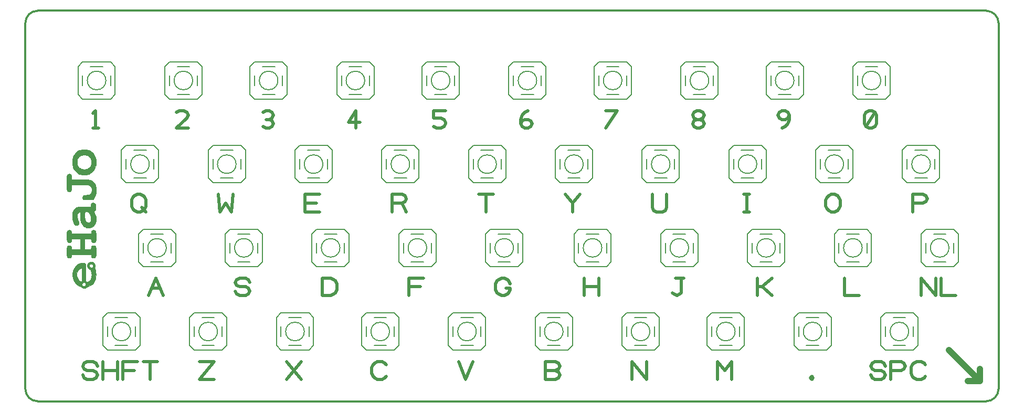
<source format=gbr>
G04 GENERATED BY PULSONIX 12.5 GERBER.DLL 9449*
G04 #@! TF.GenerationSoftware,Pulsonix,Pulsonix,12.5.9449*
G04 #@! TF.CreationDate,2024-10-25T20:20:25--1:00*
G04 #@! TF.Part,Single*
%FSLAX35Y35*%
%LPD*%
%MOMM*%
G04 #@! TF.FileFunction,Legend,Top*
G04 #@! TF.FilePolarity,Positive*
%ADD97C,0.00001*%
G04 #@! TA.AperFunction,Profile*
%ADD98C,0.30000*%
G04 #@! TA.AperFunction,Material*
%ADD101C,1.00000*%
%ADD102C,0.20000*%
G04 #@! TD.AperFunction*
%ADD112C,0.50000*%
G04 #@! TD.AperFunction*
X0Y0D02*
D02*
D97*
X1471680Y3256836D02*
X1787109D01*
Y3271484D01*
X1789063Y3284180D01*
X1791016Y3292969D01*
X1793945Y3298828D01*
X1799805Y3304688D01*
X1806641Y3308594D01*
X1814453Y3311523D01*
X1823242Y3312500D01*
X1833008Y3311523D01*
X1841797Y3309570D01*
X1848633Y3304688D01*
X1853516Y3299805D01*
X1855469Y3295898D01*
X1857422Y3291992D01*
X1859375Y3287109D01*
X1860352Y3281250D01*
X1861328Y3273438D01*
X1862305Y3265625D01*
Y3255859D01*
Y3246094D01*
Y3168945D01*
Y3153320D01*
X1860352Y3140625D01*
X1857422Y3130859D01*
X1853516Y3123047D01*
X1848633Y3118164D01*
X1841797Y3114258D01*
X1833984Y3111328D01*
X1824219D01*
X1813477Y3112305D01*
X1805664Y3115234D01*
X1797852Y3119141D01*
X1791992Y3125977D01*
X1789063Y3133789D01*
X1787109Y3143555D01*
X1786133Y3155273D01*
X1785156Y3168945D01*
Y3174805D01*
X1683594D01*
Y3000000D01*
X1785156D01*
Y3013672D01*
X1786133Y3024414D01*
X1787109Y3034180D01*
X1790039Y3042969D01*
X1793945Y3049805D01*
X1799805Y3056641D01*
X1806641Y3060547D01*
X1814453Y3063477D01*
X1823242Y3064453D01*
X1833008Y3063477D01*
X1841797Y3061523D01*
X1848633Y3057617D01*
X1853516Y3052734D01*
X1857422Y3045898D01*
X1860352Y3036133D01*
X1862305Y3024414D01*
Y3010742D01*
Y2912109D01*
Y2899414D01*
X1860352Y2887695D01*
X1856445Y2878906D01*
X1852539Y2873047D01*
X1846680Y2868164D01*
X1839844Y2865234D01*
X1832031Y2863281D01*
X1823242Y2862305D01*
X1813477Y2863281D01*
X1805664Y2866211D01*
X1798828Y2870117D01*
X1793945Y2875000D01*
X1791016Y2881836D01*
X1789063Y2890625D01*
X1787109Y2903320D01*
Y2917969D01*
X1471680D01*
X1470703Y2903320D01*
X1468750Y2890625D01*
X1465820Y2881836D01*
X1462891Y2875000D01*
X1458008Y2870117D01*
X1451172Y2866211D01*
X1442383Y2863281D01*
X1432617Y2862305D01*
X1423828Y2863281D01*
X1416016Y2865234D01*
X1410156Y2868164D01*
X1404297Y2873047D01*
X1399414Y2879883D01*
X1396484Y2888672D01*
X1394531Y2900391D01*
Y2914063D01*
Y3006836D01*
Y3022461D01*
X1396484Y3034180D01*
X1398438Y3043945D01*
X1402344Y3050781D01*
X1407227Y3056641D01*
X1414063Y3061523D01*
X1422852Y3063477D01*
X1432617Y3064453D01*
X1442383Y3063477D01*
X1451172Y3060547D01*
X1458008Y3055664D01*
X1463867Y3048828D01*
X1466797Y3041016D01*
X1469727Y3031250D01*
X1470703Y3018555D01*
X1471680Y3004883D01*
Y3000000D01*
X1609375D01*
Y3174805D01*
X1471680D01*
Y3161133D01*
X1470703Y3149414D01*
X1468750Y3139648D01*
X1466797Y3131836D01*
X1462891Y3125000D01*
X1457031Y3118164D01*
X1450195Y3114258D01*
X1442383Y3112305D01*
X1432617Y3111328D01*
X1422852Y3112305D01*
X1414063Y3114258D01*
X1407227Y3118164D01*
X1402344Y3125000D01*
X1398438Y3131836D01*
X1396484Y3141602D01*
X1394531Y3155273D01*
Y3172852D01*
Y3261719D01*
Y3275391D01*
X1396484Y3286133D01*
X1399414Y3294922D01*
X1404297Y3301758D01*
X1410156Y3306641D01*
X1416016Y3309570D01*
X1423828Y3311523D01*
X1432617Y3312500D01*
X1442383Y3311523D01*
X1450195Y3309570D01*
X1457031Y3304688D01*
X1462891Y3299805D01*
X1465820Y3292969D01*
X1468750Y3284180D01*
X1470703Y3271484D01*
X1471680Y3256836D01*
G36*
X1471680Y3256836D02*
X1787109D01*
Y3271484D01*
X1789063Y3284180D01*
X1791016Y3292969D01*
X1793945Y3298828D01*
X1799805Y3304688D01*
X1806641Y3308594D01*
X1814453Y3311523D01*
X1823242Y3312500D01*
X1833008Y3311523D01*
X1841797Y3309570D01*
X1848633Y3304688D01*
X1853516Y3299805D01*
X1855469Y3295898D01*
X1857422Y3291992D01*
X1859375Y3287109D01*
X1860352Y3281250D01*
X1861328Y3273438D01*
X1862305Y3265625D01*
Y3255859D01*
Y3246094D01*
Y3168945D01*
Y3153320D01*
X1860352Y3140625D01*
X1857422Y3130859D01*
X1853516Y3123047D01*
X1848633Y3118164D01*
X1841797Y3114258D01*
X1833984Y3111328D01*
X1824219D01*
X1813477Y3112305D01*
X1805664Y3115234D01*
X1797852Y3119141D01*
X1791992Y3125977D01*
X1789063Y3133789D01*
X1787109Y3143555D01*
X1786133Y3155273D01*
X1785156Y3168945D01*
Y3174805D01*
X1683594D01*
Y3000000D01*
X1785156D01*
Y3013672D01*
X1786133Y3024414D01*
X1787109Y3034180D01*
X1790039Y3042969D01*
X1793945Y3049805D01*
X1799805Y3056641D01*
X1806641Y3060547D01*
X1814453Y3063477D01*
X1823242Y3064453D01*
X1833008Y3063477D01*
X1841797Y3061523D01*
X1848633Y3057617D01*
X1853516Y3052734D01*
X1857422Y3045898D01*
X1860352Y3036133D01*
X1862305Y3024414D01*
Y3010742D01*
Y2912109D01*
Y2899414D01*
X1860352Y2887695D01*
X1856445Y2878906D01*
X1852539Y2873047D01*
X1846680Y2868164D01*
X1839844Y2865234D01*
X1832031Y2863281D01*
X1823242Y2862305D01*
X1813477Y2863281D01*
X1805664Y2866211D01*
X1798828Y2870117D01*
X1793945Y2875000D01*
X1791016Y2881836D01*
X1789063Y2890625D01*
X1787109Y2903320D01*
Y2917969D01*
X1471680D01*
X1470703Y2903320D01*
X1468750Y2890625D01*
X1465820Y2881836D01*
X1462891Y2875000D01*
X1458008Y2870117D01*
X1451172Y2866211D01*
X1442383Y2863281D01*
X1432617Y2862305D01*
X1423828Y2863281D01*
X1416016Y2865234D01*
X1410156Y2868164D01*
X1404297Y2873047D01*
X1399414Y2879883D01*
X1396484Y2888672D01*
X1394531Y2900391D01*
Y2914063D01*
Y3006836D01*
Y3022461D01*
X1396484Y3034180D01*
X1398438Y3043945D01*
X1402344Y3050781D01*
X1407227Y3056641D01*
X1414063Y3061523D01*
X1422852Y3063477D01*
X1432617Y3064453D01*
X1442383Y3063477D01*
X1451172Y3060547D01*
X1458008Y3055664D01*
X1463867Y3048828D01*
X1466797Y3041016D01*
X1469727Y3031250D01*
X1470703Y3018555D01*
X1471680Y3004883D01*
Y3000000D01*
X1609375D01*
Y3174805D01*
X1471680D01*
Y3161133D01*
X1470703Y3149414D01*
X1468750Y3139648D01*
X1466797Y3131836D01*
X1462891Y3125000D01*
X1457031Y3118164D01*
X1450195Y3114258D01*
X1442383Y3112305D01*
X1432617Y3111328D01*
X1422852Y3112305D01*
X1414063Y3114258D01*
X1407227Y3118164D01*
X1402344Y3125000D01*
X1398438Y3131836D01*
X1396484Y3141602D01*
X1394531Y3155273D01*
Y3172852D01*
Y3261719D01*
Y3275391D01*
X1396484Y3286133D01*
X1399414Y3294922D01*
X1404297Y3301758D01*
X1410156Y3306641D01*
X1416016Y3309570D01*
X1423828Y3311523D01*
X1432617Y3312500D01*
X1442383Y3311523D01*
X1450195Y3309570D01*
X1457031Y3304688D01*
X1462891Y3299805D01*
X1465820Y3292969D01*
X1468750Y3284180D01*
X1470703Y3271484D01*
X1471680Y3256836D01*
G37*
X1818359Y3751953D02*
X1827148Y3750977D01*
X1834961Y3749023D01*
X1840820Y3745117D01*
X1846680Y3740234D01*
X1851563Y3733398D01*
X1854492Y3726563D01*
X1856445Y3718750D01*
Y3708984D01*
Y3651367D01*
Y3644531D01*
X1854492Y3637695D01*
X1851563Y3631836D01*
X1848633Y3625977D01*
X1836914Y3618164D01*
X1821289Y3613281D01*
X1830078Y3601563D01*
X1837891Y3587891D01*
X1844727Y3575195D01*
X1850586Y3560547D01*
X1857422Y3541992D01*
X1862305Y3523438D01*
X1865234Y3503906D01*
X1866211Y3483398D01*
X1865234Y3468750D01*
X1864258Y3455078D01*
X1861328Y3442383D01*
X1857422Y3429688D01*
X1852539Y3417969D01*
X1846680Y3406250D01*
X1839844Y3396484D01*
X1832031Y3386719D01*
X1823242Y3377930D01*
X1813477Y3370117D01*
X1803711Y3363281D01*
X1792969Y3358398D01*
X1781250Y3354492D01*
X1769531Y3351563D01*
X1756836Y3349609D01*
X1744141Y3348633D01*
X1728516Y3349609D01*
X1712891Y3351563D01*
X1699219Y3355469D01*
X1686523Y3361328D01*
X1673828Y3368164D01*
X1663086Y3376953D01*
X1652344Y3387695D01*
X1643555Y3399414D01*
X1635742Y3412109D01*
X1627930Y3425781D01*
X1622070Y3440430D01*
X1617188Y3456055D01*
X1614258Y3472656D01*
X1611328Y3491211D01*
X1609375Y3510742D01*
Y3531250D01*
Y3553711D01*
X1611328Y3576172D01*
X1616211Y3607422D01*
X1603516Y3605469D01*
X1592773Y3601563D01*
X1583008Y3596680D01*
X1575195Y3589844D01*
X1568359Y3581055D01*
X1562500Y3568359D01*
X1559570Y3553711D01*
X1558594Y3536133D01*
X1559570Y3523438D01*
X1562500Y3508789D01*
X1566406Y3493164D01*
X1573242Y3476563D01*
X1580078Y3458984D01*
X1584961Y3445313D01*
X1587891Y3433594D01*
X1588867Y3424805D01*
X1587891Y3416992D01*
X1585938Y3410156D01*
X1582031Y3403320D01*
X1577148Y3398438D01*
X1570313Y3393555D01*
X1563477Y3390625D01*
X1554688Y3388672D01*
X1545898Y3387695D01*
X1539063Y3388672D01*
X1531250Y3390625D01*
X1525391Y3394531D01*
X1518555Y3400391D01*
X1512695Y3407227D01*
X1507813Y3416016D01*
X1502930Y3425781D01*
X1498047Y3437500D01*
X1491211Y3459961D01*
X1486328Y3486328D01*
X1483398Y3514648D01*
X1482422Y3546875D01*
X1483398Y3563477D01*
X1485352Y3579102D01*
X1487305Y3593750D01*
X1492188Y3607422D01*
X1497070Y3620117D01*
X1502930Y3631836D01*
X1510742Y3642578D01*
X1518555Y3652344D01*
X1528320Y3661133D01*
X1539063Y3668945D01*
X1550781Y3674805D01*
X1563477Y3679688D01*
X1577148Y3684570D01*
X1591797Y3686523D01*
X1607422Y3688477D01*
X1625000Y3689453D01*
X1780273D01*
Y3695313D01*
X1781250Y3708984D01*
X1782227Y3720703D01*
X1784180Y3729492D01*
X1787109Y3737305D01*
X1792969Y3743164D01*
X1799805Y3748047D01*
X1807617Y3750977D01*
X1818359Y3751953D01*
X1683594Y3578125D02*
X1681641Y3560547D01*
X1680664Y3541992D01*
X1682617Y3516602D01*
X1685547Y3495117D01*
X1690430Y3475586D01*
X1698242Y3458984D01*
X1707031Y3447266D01*
X1716797Y3439453D01*
X1727539Y3433594D01*
X1739258Y3432617D01*
X1749023Y3433594D01*
X1756836Y3436523D01*
X1763672Y3441406D01*
X1770508Y3448242D01*
X1777344Y3457031D01*
X1781250Y3467773D01*
X1784180Y3479492D01*
X1785156Y3492188D01*
X1784180Y3513672D01*
X1779297Y3534180D01*
X1772461Y3554688D01*
X1761719Y3573242D01*
X1756836Y3581055D01*
X1751953Y3587891D01*
X1746094Y3593750D01*
X1741211Y3598633D01*
X1736328Y3602539D01*
X1731445Y3605469D01*
X1726563Y3606445D01*
X1721680Y3607422D01*
X1689453D01*
X1683594Y3578125D01*
X1483235Y3520019D02*
G36*
X1483235Y3520019D02*
X1483398Y3514648D01*
X1486328Y3486328D01*
X1491211Y3459961D01*
X1498047Y3437500D01*
X1502930Y3425781D01*
X1507813Y3416016D01*
X1512695Y3407227D01*
X1518555Y3400391D01*
X1525391Y3394531D01*
X1531250Y3390625D01*
X1539063Y3388672D01*
X1545898Y3387695D01*
X1554688Y3388672D01*
X1563477Y3390625D01*
X1570313Y3393555D01*
X1577148Y3398438D01*
X1582031Y3403320D01*
X1585938Y3410156D01*
X1587891Y3416992D01*
X1588867Y3424805D01*
X1587891Y3433594D01*
X1584961Y3445313D01*
X1580078Y3458984D01*
X1573242Y3476563D01*
X1566406Y3493164D01*
X1562500Y3508789D01*
X1560254Y3520019D01*
X1483235D01*
G37*
X1482422Y3546875D02*
G36*
X1482422Y3546875D02*
X1483235Y3520019D01*
X1560254D01*
X1559570Y3523438D01*
X1558594Y3536133D01*
X1559570Y3553711D01*
X1562500Y3568359D01*
X1568359Y3581055D01*
X1575195Y3589844D01*
X1583008Y3596680D01*
X1592773Y3601563D01*
X1603516Y3605469D01*
X1616211Y3607422D01*
X1611328Y3576172D01*
X1609375Y3553711D01*
Y3531250D01*
Y3520019D01*
X1682354D01*
X1680664Y3541992D01*
X1681641Y3560547D01*
X1683594Y3578125D01*
X1689453Y3607422D01*
X1721680D01*
X1726563Y3606445D01*
X1731445Y3605469D01*
X1736328Y3602539D01*
X1741211Y3598633D01*
X1746094Y3593750D01*
X1751953Y3587891D01*
X1756836Y3581055D01*
X1761719Y3573242D01*
X1772461Y3554688D01*
X1779297Y3534180D01*
X1782669Y3520019D01*
X1862818D01*
X1862305Y3523438D01*
X1857422Y3541992D01*
X1850586Y3560547D01*
X1844727Y3575195D01*
X1837891Y3587891D01*
X1830078Y3601563D01*
X1821289Y3613281D01*
X1836914Y3618164D01*
X1848633Y3625977D01*
X1851563Y3631836D01*
X1854492Y3637695D01*
X1856445Y3644531D01*
Y3651367D01*
Y3708984D01*
Y3718750D01*
X1854492Y3726563D01*
X1851563Y3733398D01*
X1846680Y3740234D01*
X1840820Y3745117D01*
X1834961Y3749023D01*
X1827148Y3750977D01*
X1818359Y3751953D01*
X1807617Y3750977D01*
X1799805Y3748047D01*
X1792969Y3743164D01*
X1787109Y3737305D01*
X1784180Y3729492D01*
X1782227Y3720703D01*
X1781250Y3708984D01*
X1780273Y3695313D01*
Y3689453D01*
X1625000D01*
X1607422Y3688477D01*
X1591797Y3686523D01*
X1577148Y3684570D01*
X1563477Y3679688D01*
X1550781Y3674805D01*
X1539063Y3668945D01*
X1528320Y3661133D01*
X1518555Y3652344D01*
X1510742Y3642578D01*
X1502930Y3631836D01*
X1497070Y3620117D01*
X1492188Y3607422D01*
X1487305Y3593750D01*
X1485352Y3579102D01*
X1483398Y3563477D01*
X1482422Y3546875D01*
G37*
X1609375Y3520019D02*
G36*
X1609375Y3520019D02*
Y3510742D01*
X1611328Y3491211D01*
X1614258Y3472656D01*
X1617188Y3456055D01*
X1622070Y3440430D01*
X1627930Y3425781D01*
X1635742Y3412109D01*
X1643555Y3399414D01*
X1652344Y3387695D01*
X1663086Y3376953D01*
X1673828Y3368164D01*
X1686523Y3361328D01*
X1699219Y3355469D01*
X1712891Y3351563D01*
X1728516Y3349609D01*
X1744141Y3348633D01*
X1756836Y3349609D01*
X1769531Y3351563D01*
X1781250Y3354492D01*
X1792969Y3358398D01*
X1803711Y3363281D01*
X1813477Y3370117D01*
X1823242Y3377930D01*
X1832031Y3386719D01*
X1839844Y3396484D01*
X1846680Y3406250D01*
X1852539Y3417969D01*
X1857422Y3429688D01*
X1861328Y3442383D01*
X1864258Y3455078D01*
X1865234Y3468750D01*
X1866211Y3483398D01*
X1865234Y3503906D01*
X1862818Y3520019D01*
X1782669D01*
X1784180Y3513672D01*
X1785156Y3492188D01*
X1784180Y3479492D01*
X1781250Y3467773D01*
X1777344Y3457031D01*
X1770508Y3448242D01*
X1763672Y3441406D01*
X1756836Y3436523D01*
X1749023Y3433594D01*
X1739258Y3432617D01*
X1727539Y3433594D01*
X1716797Y3439453D01*
X1707031Y3447266D01*
X1698242Y3458984D01*
X1690430Y3475586D01*
X1685547Y3495117D01*
X1682617Y3516602D01*
X1682354Y3520019D01*
X1609375D01*
G37*
X1432617Y4217773D02*
X1442383Y4216797D01*
X1451172Y4213867D01*
X1458008Y4209961D01*
X1463867Y4204102D01*
X1466797Y4197266D01*
X1469727Y4188477D01*
X1470703Y4176758D01*
X1471680Y4162109D01*
Y4126953D01*
X1696289D01*
X1717773Y4125977D01*
X1737305Y4124023D01*
X1755859Y4121094D01*
X1773438Y4117188D01*
X1789063Y4111328D01*
X1802734Y4104492D01*
X1815430Y4096680D01*
X1826172Y4087891D01*
X1835938Y4077148D01*
X1843750Y4064453D01*
X1851563Y4051758D01*
X1857422Y4036133D01*
X1861328Y4020508D01*
X1865234Y4001953D01*
X1867188Y3983398D01*
Y3962891D01*
Y3944336D01*
X1865234Y3926758D01*
X1863281Y3910156D01*
X1859375Y3893555D01*
X1855469Y3877930D01*
X1848633Y3861328D01*
X1841797Y3844727D01*
X1833008Y3828125D01*
X1829102Y3820313D01*
X1824219Y3814453D01*
X1820313Y3809570D01*
X1815430Y3806641D01*
X1809570Y3804688D01*
X1802734Y3802734D01*
X1793945Y3801758D01*
X1784180D01*
X1697266D01*
X1682617D01*
X1671875Y3803711D01*
X1663086Y3805664D01*
X1657227Y3809570D01*
X1652344Y3814453D01*
X1648438Y3821289D01*
X1646484Y3828125D01*
X1645508Y3835938D01*
X1647461Y3848633D01*
X1651367Y3858398D01*
X1658203Y3867188D01*
X1667969Y3872070D01*
X1672852Y3874023D01*
X1678711Y3875977D01*
X1682617D01*
X1687500Y3876953D01*
X1692383D01*
X1699219D01*
X1703125D01*
X1723633Y3877930D01*
X1742188Y3880859D01*
X1753906Y3884766D01*
X1764648Y3891602D01*
X1773438Y3898438D01*
X1782227Y3907227D01*
X1788086Y3918945D01*
X1792969Y3930664D01*
X1794922Y3944336D01*
X1795898Y3958984D01*
X1794922Y3980469D01*
X1790039Y3998047D01*
X1782227Y4012695D01*
X1771484Y4024414D01*
X1764648Y4028320D01*
X1757813Y4033203D01*
X1748047Y4036133D01*
X1738281Y4039063D01*
X1726563Y4041016D01*
X1714844Y4042969D01*
X1701172Y4043945D01*
X1686523D01*
X1471680D01*
Y3990234D01*
X1470703Y3974609D01*
X1469727Y3962891D01*
X1466797Y3954102D01*
X1463867Y3947266D01*
X1458008Y3941406D01*
X1451172Y3936523D01*
X1442383Y3934570D01*
X1432617Y3933594D01*
X1423828D01*
X1416016Y3935547D01*
X1410156Y3939453D01*
X1404297Y3943359D01*
X1399414Y3949219D01*
X1396484Y3956055D01*
X1394531Y3963867D01*
Y3972656D01*
Y4179688D01*
Y4188477D01*
X1396484Y4196289D01*
X1400391Y4202148D01*
X1405273Y4208008D01*
X1411133Y4211914D01*
X1416992Y4214844D01*
X1424805Y4216797D01*
X1432617Y4217773D01*
G36*
X1432617Y4217773D02*
X1442383Y4216797D01*
X1451172Y4213867D01*
X1458008Y4209961D01*
X1463867Y4204102D01*
X1466797Y4197266D01*
X1469727Y4188477D01*
X1470703Y4176758D01*
X1471680Y4162109D01*
Y4126953D01*
X1696289D01*
X1717773Y4125977D01*
X1737305Y4124023D01*
X1755859Y4121094D01*
X1773438Y4117188D01*
X1789063Y4111328D01*
X1802734Y4104492D01*
X1815430Y4096680D01*
X1826172Y4087891D01*
X1835938Y4077148D01*
X1843750Y4064453D01*
X1851563Y4051758D01*
X1857422Y4036133D01*
X1861328Y4020508D01*
X1865234Y4001953D01*
X1867188Y3983398D01*
Y3962891D01*
Y3944336D01*
X1865234Y3926758D01*
X1863281Y3910156D01*
X1859375Y3893555D01*
X1855469Y3877930D01*
X1848633Y3861328D01*
X1841797Y3844727D01*
X1833008Y3828125D01*
X1829102Y3820313D01*
X1824219Y3814453D01*
X1820313Y3809570D01*
X1815430Y3806641D01*
X1809570Y3804688D01*
X1802734Y3802734D01*
X1793945Y3801758D01*
X1784180D01*
X1697266D01*
X1682617D01*
X1671875Y3803711D01*
X1663086Y3805664D01*
X1657227Y3809570D01*
X1652344Y3814453D01*
X1648438Y3821289D01*
X1646484Y3828125D01*
X1645508Y3835938D01*
X1647461Y3848633D01*
X1651367Y3858398D01*
X1658203Y3867188D01*
X1667969Y3872070D01*
X1672852Y3874023D01*
X1678711Y3875977D01*
X1682617D01*
X1687500Y3876953D01*
X1692383D01*
X1699219D01*
X1703125D01*
X1723633Y3877930D01*
X1742188Y3880859D01*
X1753906Y3884766D01*
X1764648Y3891602D01*
X1773438Y3898438D01*
X1782227Y3907227D01*
X1788086Y3918945D01*
X1792969Y3930664D01*
X1794922Y3944336D01*
X1795898Y3958984D01*
X1794922Y3980469D01*
X1790039Y3998047D01*
X1782227Y4012695D01*
X1771484Y4024414D01*
X1764648Y4028320D01*
X1757813Y4033203D01*
X1748047Y4036133D01*
X1738281Y4039063D01*
X1726563Y4041016D01*
X1714844Y4042969D01*
X1701172Y4043945D01*
X1686523D01*
X1471680D01*
Y3990234D01*
X1470703Y3974609D01*
X1469727Y3962891D01*
X1466797Y3954102D01*
X1463867Y3947266D01*
X1458008Y3941406D01*
X1451172Y3936523D01*
X1442383Y3934570D01*
X1432617Y3933594D01*
X1423828D01*
X1416016Y3935547D01*
X1410156Y3939453D01*
X1404297Y3943359D01*
X1399414Y3949219D01*
X1396484Y3956055D01*
X1394531Y3963867D01*
Y3972656D01*
Y4179688D01*
Y4188477D01*
X1396484Y4196289D01*
X1400391Y4202148D01*
X1405273Y4208008D01*
X1411133Y4211914D01*
X1416992Y4214844D01*
X1424805Y4216797D01*
X1432617Y4217773D01*
G37*
X1673828Y4613281D02*
X1694336Y4612305D01*
X1713867Y4610352D01*
X1733398Y4605469D01*
X1750977Y4599609D01*
X1767578Y4590820D01*
X1783203Y4581055D01*
X1798828Y4569336D01*
X1812500Y4555664D01*
X1825195Y4541016D01*
X1835938Y4525391D01*
X1844727Y4507813D01*
X1852539Y4490234D01*
X1858398Y4470703D01*
X1862305Y4451172D01*
X1865234Y4429688D01*
X1866211Y4407227D01*
X1865234Y4384766D01*
X1862305Y4364258D01*
X1858398Y4343750D01*
X1852539Y4325195D01*
X1844727Y4307617D01*
X1835938Y4290039D01*
X1825195Y4274414D01*
X1812500Y4259766D01*
X1798828Y4246094D01*
X1783203Y4234375D01*
X1767578Y4224609D01*
X1750977Y4215820D01*
X1733398Y4209961D01*
X1714844Y4205078D01*
X1695313Y4203125D01*
X1674805Y4202148D01*
X1654297Y4203125D01*
X1633789Y4205078D01*
X1615234Y4209961D01*
X1597656Y4215820D01*
X1581055Y4224609D01*
X1565430Y4234375D01*
X1549805Y4246094D01*
X1536133Y4259766D01*
X1523438Y4274414D01*
X1512695Y4290039D01*
X1503906Y4307617D01*
X1496094Y4325195D01*
X1490234Y4343750D01*
X1486328Y4364258D01*
X1483398Y4385742D01*
X1482422Y4407227D01*
X1483398Y4429688D01*
X1486328Y4451172D01*
X1490234Y4470703D01*
X1496094Y4490234D01*
X1503906Y4507813D01*
X1512695Y4525391D01*
X1523438Y4541016D01*
X1536133Y4555664D01*
X1549805Y4569336D01*
X1565430Y4581055D01*
X1581055Y4590820D01*
X1597656Y4599609D01*
X1615234Y4605469D01*
X1633789Y4610352D01*
X1653320Y4612305D01*
X1673828Y4613281D01*
Y4291016D02*
X1686523Y4291992D01*
X1698242Y4292969D01*
X1709961Y4295898D01*
X1720703Y4298828D01*
X1730469Y4303711D01*
X1740234Y4309570D01*
X1749023Y4316406D01*
X1757813Y4323242D01*
X1765625Y4332031D01*
X1772461Y4340820D01*
X1777344Y4350586D01*
X1782227Y4360352D01*
X1786133Y4372070D01*
X1788086Y4382813D01*
X1790039Y4395508D01*
Y4408203D01*
Y4419922D01*
X1788086Y4432617D01*
X1786133Y4444336D01*
X1782227Y4455078D01*
X1777344Y4464844D01*
X1772461Y4474609D01*
X1765625Y4483398D01*
X1757813Y4492188D01*
X1749023Y4500000D01*
X1740234Y4506836D01*
X1730469Y4512695D01*
X1720703Y4516602D01*
X1709961Y4520508D01*
X1699219Y4523438D01*
X1686523Y4524414D01*
X1674805Y4525391D01*
X1662109Y4524414D01*
X1650391Y4523438D01*
X1638672Y4520508D01*
X1627930Y4516602D01*
X1618164Y4512695D01*
X1608398Y4506836D01*
X1598633Y4500000D01*
X1590820Y4492188D01*
X1583008Y4483398D01*
X1576172Y4474609D01*
X1570313Y4464844D01*
X1565430Y4455078D01*
X1562500Y4444336D01*
X1559570Y4432617D01*
X1558594Y4419922D01*
X1557617Y4408203D01*
X1558594Y4395508D01*
X1559570Y4382813D01*
X1562500Y4372070D01*
X1565430Y4360352D01*
X1570313Y4350586D01*
X1576172Y4340820D01*
X1583008Y4332031D01*
X1590820Y4323242D01*
X1598633Y4316406D01*
X1608398Y4309570D01*
X1617188Y4303711D01*
X1627930Y4298828D01*
X1638672Y4295898D01*
X1649414Y4292969D01*
X1661133Y4291992D01*
X1673828Y4291016D01*
X1482464Y4408203D02*
G36*
X1482464Y4408203D02*
X1557617D01*
X1558594Y4419922D01*
X1559570Y4432617D01*
X1562500Y4444336D01*
X1565430Y4455078D01*
X1570313Y4464844D01*
X1576172Y4474609D01*
X1583008Y4483398D01*
X1590820Y4492188D01*
X1598633Y4500000D01*
X1608398Y4506836D01*
X1618164Y4512695D01*
X1627930Y4516602D01*
X1638672Y4520508D01*
X1650391Y4523438D01*
X1662109Y4524414D01*
X1674805Y4525391D01*
X1686523Y4524414D01*
X1699219Y4523438D01*
X1709961Y4520508D01*
X1720703Y4516602D01*
X1730469Y4512695D01*
X1740234Y4506836D01*
X1749023Y4500000D01*
X1757813Y4492188D01*
X1765625Y4483398D01*
X1772461Y4474609D01*
X1777344Y4464844D01*
X1782227Y4455078D01*
X1786133Y4444336D01*
X1788086Y4432617D01*
X1790039Y4419922D01*
Y4408203D01*
X1866169D01*
X1865234Y4429688D01*
X1862305Y4451172D01*
X1858398Y4470703D01*
X1852539Y4490234D01*
X1844727Y4507813D01*
X1835938Y4525391D01*
X1825195Y4541016D01*
X1812500Y4555664D01*
X1798828Y4569336D01*
X1783203Y4581055D01*
X1767578Y4590820D01*
X1750977Y4599609D01*
X1733398Y4605469D01*
X1713867Y4610352D01*
X1694336Y4612305D01*
X1673828Y4613281D01*
X1653320Y4612305D01*
X1633789Y4610352D01*
X1615234Y4605469D01*
X1597656Y4599609D01*
X1581055Y4590820D01*
X1565430Y4581055D01*
X1549805Y4569336D01*
X1536133Y4555664D01*
X1523438Y4541016D01*
X1512695Y4525391D01*
X1503906Y4507813D01*
X1496094Y4490234D01*
X1490234Y4470703D01*
X1486328Y4451172D01*
X1483398Y4429688D01*
X1482464Y4408203D01*
G37*
X1482422Y4407227D02*
G36*
X1482422Y4407227D02*
X1483398Y4385742D01*
X1486328Y4364258D01*
X1490234Y4343750D01*
X1496094Y4325195D01*
X1503906Y4307617D01*
X1512695Y4290039D01*
X1523438Y4274414D01*
X1536133Y4259766D01*
X1549805Y4246094D01*
X1565430Y4234375D01*
X1581055Y4224609D01*
X1597656Y4215820D01*
X1615234Y4209961D01*
X1633789Y4205078D01*
X1654297Y4203125D01*
X1674805Y4202148D01*
X1695313Y4203125D01*
X1714844Y4205078D01*
X1733398Y4209961D01*
X1750977Y4215820D01*
X1767578Y4224609D01*
X1783203Y4234375D01*
X1798828Y4246094D01*
X1812500Y4259766D01*
X1825195Y4274414D01*
X1835938Y4290039D01*
X1844727Y4307617D01*
X1852539Y4325195D01*
X1858398Y4343750D01*
X1862305Y4364258D01*
X1865234Y4384766D01*
X1866211Y4407227D01*
X1866169Y4408203D01*
X1790039D01*
Y4395508D01*
X1788086Y4382813D01*
X1786133Y4372070D01*
X1782227Y4360352D01*
X1777344Y4350586D01*
X1772461Y4340820D01*
X1765625Y4332031D01*
X1757813Y4323242D01*
X1749023Y4316406D01*
X1740234Y4309570D01*
X1730469Y4303711D01*
X1720703Y4298828D01*
X1709961Y4295898D01*
X1698242Y4292969D01*
X1686523Y4291992D01*
X1673828Y4291016D01*
X1661133Y4291992D01*
X1649414Y4292969D01*
X1638672Y4295898D01*
X1627930Y4298828D01*
X1617188Y4303711D01*
X1608398Y4309570D01*
X1598633Y4316406D01*
X1590820Y4323242D01*
X1583008Y4332031D01*
X1576172Y4340820D01*
X1570313Y4350586D01*
X1565430Y4360352D01*
X1562500Y4372070D01*
X1559570Y4382813D01*
X1558594Y4395508D01*
X1557617Y4408203D01*
X1482464D01*
X1482422Y4407227D01*
G37*
X1734375Y2703125D02*
X1728516Y2713867D01*
X1725586Y2724609D01*
X1724609Y2737305D01*
X1725586Y2749023D01*
X1728516Y2760742D01*
X1734375Y2771484D01*
X1742188Y2780273D01*
X1751953Y2788086D01*
X1762695Y2793945D01*
X1774414Y2796875D01*
X1786133Y2798828D01*
X1797852Y2796875D01*
X1810547Y2793945D01*
X1820313Y2788086D01*
X1830078Y2781250D01*
X1837891Y2771484D01*
X1843750Y2760742D01*
X1846680Y2749023D01*
X1847656Y2737305D01*
X1846680Y2724609D01*
X1839844Y2708008D01*
X1847656Y2686523D01*
X1853516Y2666016D01*
X1858398Y2646484D01*
X1861328Y2625977D01*
X1862305Y2605469D01*
Y2585938D01*
X1861328Y2564453D01*
X1859375Y2543945D01*
X1855469Y2525391D01*
X1849609Y2506836D01*
X1842773Y2490234D01*
X1833984Y2474609D01*
X1824219Y2458984D01*
X1812500Y2445313D01*
X1791992Y2427734D01*
X1768555Y2413086D01*
X1742188Y2402344D01*
X1712891Y2394531D01*
X1701172Y2384766D01*
X1687500Y2377930D01*
X1671875Y2375977D01*
X1655273Y2376953D01*
X1644531Y2380859D01*
X1633789Y2385742D01*
X1625000Y2392578D01*
X1617188Y2401367D01*
X1595703Y2409180D01*
X1575195Y2419922D01*
X1556641Y2433594D01*
X1539063Y2449219D01*
X1527344Y2463867D01*
X1516602Y2479492D01*
X1507813Y2496094D01*
X1500977Y2513672D01*
X1495117Y2532227D01*
X1491211Y2552734D01*
X1488281Y2573242D01*
X1487305Y2594727D01*
X1488281Y2615234D01*
X1490234Y2633789D01*
X1494141Y2651367D01*
X1500000Y2668945D01*
X1506836Y2685547D01*
X1514648Y2700195D01*
X1524414Y2714844D01*
X1536133Y2728516D01*
X1548828Y2741211D01*
X1562500Y2751953D01*
X1577148Y2761719D01*
X1591797Y2769531D01*
X1607422Y2775391D01*
X1623047Y2779297D01*
X1640625Y2782227D01*
X1657227D01*
X1668945D01*
X1678711Y2780273D01*
X1685547Y2776367D01*
X1691406Y2771484D01*
X1695313Y2764648D01*
X1697266Y2752930D01*
X1699219Y2738281D01*
Y2718750D01*
Y2490234D01*
X1708008Y2484375D01*
X1715820Y2476563D01*
X1731445Y2480469D01*
X1745117Y2487305D01*
X1757813Y2495117D01*
X1768555Y2505859D01*
X1780273Y2522461D01*
X1789063Y2541992D01*
X1793945Y2565430D01*
X1794922Y2591797D01*
X1793945Y2610352D01*
X1790039Y2631836D01*
X1784180Y2653320D01*
X1775391Y2675781D01*
X1774414D01*
X1762695Y2679688D01*
X1750977Y2685547D01*
X1742188Y2693359D01*
X1734375Y2703125D01*
X1577148Y2516602D02*
X1586914Y2505859D01*
X1598633Y2496094D01*
X1610352Y2488281D01*
X1625000Y2481445D01*
X1634766Y2490234D01*
X1635742Y2698242D01*
X1619141Y2694336D01*
X1603516Y2687500D01*
X1589844Y2677734D01*
X1578125Y2666016D01*
X1567383Y2650391D01*
X1560547Y2633789D01*
X1555664Y2615234D01*
X1553711Y2594727D01*
X1555664Y2572266D01*
X1559570Y2551758D01*
X1567383Y2533203D01*
X1577148Y2516602D01*
X1693359Y2454102D02*
X1689453Y2458984D01*
X1684570Y2462891D01*
X1679688Y2465820D01*
X1673828Y2467773D01*
X1667969D01*
X1662109D01*
X1656250Y2465820D01*
X1651367Y2462891D01*
X1646484Y2458984D01*
X1642578Y2454102D01*
X1639648Y2449219D01*
X1638672Y2443359D01*
X1637695Y2437500D01*
X1638672Y2431641D01*
X1639648Y2425781D01*
X1642578Y2419922D01*
X1646484Y2416016D01*
X1650391Y2412109D01*
X1661133Y2407227D01*
X1667969D01*
X1673828D01*
X1678711Y2409180D01*
X1684570Y2412109D01*
X1689453Y2415039D01*
X1692383Y2419922D01*
X1695313Y2424805D01*
X1697266Y2430664D01*
X1698242Y2436523D01*
X1697266Y2442383D01*
X1695313Y2448242D01*
X1693359Y2454102D01*
X1811523Y2753906D02*
X1807617Y2758789D01*
X1802734Y2761719D01*
X1797852Y2764648D01*
X1791016Y2766602D01*
X1785156Y2767578D01*
X1779297Y2766602D01*
X1774414Y2764648D01*
X1768555Y2762695D01*
X1760742Y2753906D01*
X1755859Y2743164D01*
X1754883Y2736328D01*
X1755859Y2730469D01*
X1757813Y2724609D01*
X1760742Y2719727D01*
X1764648Y2714844D01*
X1769531Y2710938D01*
X1780273Y2707031D01*
X1786133Y2706055D01*
X1791992Y2707031D01*
X1797852Y2708008D01*
X1802734Y2711914D01*
X1807617Y2715820D01*
X1811523Y2720703D01*
X1814453Y2725586D01*
X1815430Y2731445D01*
X1816406Y2737305D01*
X1815430Y2743164D01*
X1814453Y2748047D01*
X1811523Y2753906D01*
X1487305Y2594727D02*
G36*
X1487305Y2594727D02*
X1487527Y2589843D01*
X1554136D01*
X1553711Y2594727D01*
X1555664Y2615234D01*
X1560547Y2633789D01*
X1567383Y2650391D01*
X1578125Y2666016D01*
X1589844Y2677734D01*
X1603516Y2687500D01*
X1619141Y2694336D01*
X1635742Y2698242D01*
X1635233Y2589843D01*
X1699219D01*
Y2718750D01*
Y2736816D01*
X1544433D01*
X1536133Y2728516D01*
X1524414Y2714844D01*
X1514648Y2700195D01*
X1506836Y2685547D01*
X1500000Y2668945D01*
X1494141Y2651367D01*
X1490234Y2633789D01*
X1488281Y2615234D01*
X1487305Y2594727D01*
G37*
X1544433Y2736816D02*
G36*
X1544433Y2736816D02*
X1699219D01*
Y2738281D01*
X1697266Y2752930D01*
X1695313Y2764648D01*
X1691406Y2771484D01*
X1685547Y2776367D01*
X1678711Y2780273D01*
X1668945Y2782227D01*
X1657227D01*
X1640625D01*
X1623047Y2779297D01*
X1607422Y2775391D01*
X1591797Y2769531D01*
X1577148Y2761719D01*
X1562500Y2751953D01*
X1548828Y2741211D01*
X1544433Y2736816D01*
G37*
X1552247Y2437500D02*
G36*
X1552247Y2437500D02*
X1556641Y2433594D01*
X1575195Y2419922D01*
X1595703Y2409180D01*
X1617188Y2401367D01*
X1625000Y2392578D01*
X1633789Y2385742D01*
X1644531Y2380859D01*
X1655273Y2376953D01*
X1671875Y2375977D01*
X1687500Y2377930D01*
X1701172Y2384766D01*
X1712891Y2394531D01*
X1742188Y2402344D01*
X1768555Y2413086D01*
X1791992Y2427734D01*
X1803385Y2437500D01*
X1698079D01*
X1698242Y2436523D01*
X1697266Y2430664D01*
X1695313Y2424805D01*
X1692383Y2419922D01*
X1689453Y2415039D01*
X1684570Y2412109D01*
X1678711Y2409180D01*
X1673828Y2407227D01*
X1667969D01*
X1661133D01*
X1650391Y2412109D01*
X1646484Y2416016D01*
X1642578Y2419922D01*
X1639648Y2425781D01*
X1638672Y2431641D01*
X1637695Y2437500D01*
X1552247D01*
G37*
X1724609Y2737305D02*
G36*
X1724609Y2737305D02*
X1724647Y2736816D01*
X1754953D01*
X1755859Y2743164D01*
X1760742Y2753906D01*
X1768555Y2762695D01*
X1774414Y2764648D01*
X1779297Y2766602D01*
X1785156Y2767578D01*
X1791016Y2766602D01*
X1797852Y2764648D01*
X1802734Y2761719D01*
X1807617Y2758789D01*
X1811523Y2753906D01*
X1814453Y2748047D01*
X1815430Y2743164D01*
X1816406Y2737305D01*
X1816325Y2736816D01*
X1847618D01*
X1847656Y2737305D01*
X1846680Y2749023D01*
X1843750Y2760742D01*
X1837891Y2771484D01*
X1830078Y2781250D01*
X1820313Y2788086D01*
X1810547Y2793945D01*
X1797852Y2796875D01*
X1786133Y2798828D01*
X1774414Y2796875D01*
X1762695Y2793945D01*
X1751953Y2788086D01*
X1742188Y2780273D01*
X1734375Y2771484D01*
X1728516Y2760742D01*
X1725586Y2749023D01*
X1724609Y2737305D01*
G37*
X1487527Y2589843D02*
G36*
X1487527Y2589843D02*
X1488281Y2573242D01*
X1491211Y2552734D01*
X1495117Y2532227D01*
X1500977Y2513672D01*
X1507813Y2496094D01*
X1516602Y2479492D01*
X1527344Y2463867D01*
X1539063Y2449219D01*
X1552247Y2437500D01*
X1637695D01*
X1638672Y2443359D01*
X1639648Y2449219D01*
X1642578Y2454102D01*
X1646484Y2458984D01*
X1651367Y2462891D01*
X1656250Y2465820D01*
X1662109Y2467773D01*
X1667969D01*
X1673828D01*
X1679688Y2465820D01*
X1684570Y2462891D01*
X1689453Y2458984D01*
X1693359Y2454102D01*
X1695313Y2448242D01*
X1697266Y2442383D01*
X1698079Y2437500D01*
X1803385D01*
X1812500Y2445313D01*
X1824219Y2458984D01*
X1833984Y2474609D01*
X1842773Y2490234D01*
X1849609Y2506836D01*
X1855469Y2525391D01*
X1859375Y2543945D01*
X1861328Y2564453D01*
X1862305Y2585938D01*
Y2589843D01*
X1794850D01*
X1793945Y2565430D01*
X1789063Y2541992D01*
X1780273Y2522461D01*
X1768555Y2505859D01*
X1757813Y2495117D01*
X1745117Y2487305D01*
X1731445Y2480469D01*
X1715820Y2476563D01*
X1708008Y2484375D01*
X1699219Y2490234D01*
Y2589843D01*
X1635233D01*
X1634766Y2490234D01*
X1625000Y2481445D01*
X1610352Y2488281D01*
X1598633Y2496094D01*
X1586914Y2505859D01*
X1577148Y2516602D01*
X1567383Y2533203D01*
X1559570Y2551758D01*
X1555664Y2572266D01*
X1554136Y2589843D01*
X1487527D01*
G37*
X1724647Y2736816D02*
G36*
X1724647Y2736816D02*
X1725586Y2724609D01*
X1728516Y2713867D01*
X1734375Y2703125D01*
X1742188Y2693359D01*
X1750977Y2685547D01*
X1762695Y2679688D01*
X1774414Y2675781D01*
X1775391D01*
X1784180Y2653320D01*
X1790039Y2631836D01*
X1793945Y2610352D01*
X1794922Y2591797D01*
X1794850Y2589843D01*
X1862305D01*
Y2605469D01*
X1861328Y2625977D01*
X1858398Y2646484D01*
X1853516Y2666016D01*
X1847656Y2686523D01*
X1839844Y2708008D01*
X1846680Y2724609D01*
X1847618Y2736816D01*
X1816325D01*
X1815430Y2731445D01*
X1814453Y2725586D01*
X1811523Y2720703D01*
X1807617Y2715820D01*
X1802734Y2711914D01*
X1797852Y2708008D01*
X1791992Y2707031D01*
X1786133Y2706055D01*
X1780273Y2707031D01*
X1769531Y2710938D01*
X1764648Y2714844D01*
X1760742Y2719727D01*
X1757813Y2724609D01*
X1755859Y2730469D01*
X1754883Y2736328D01*
X1754953Y2736816D01*
X1724647D01*
G37*
D02*
D98*
X16425000Y750000D02*
Y6650000D01*
G75*
G03*
X16225000Y6850000I-200000J0D01*
G01*
X925000D01*
G75*
G03*
X725000Y6650000I0J-200000D01*
G01*
Y750000D01*
G75*
G03*
X925000Y550000I200000J0D01*
G01*
X16225000D01*
G75*
G03*
X16425000Y750000I0J200000D01*
G01*
D02*
D101*
X16125000Y875000D02*
X15925000D01*
X16125000D02*
Y1075000D01*
Y875000D02*
X15625000Y1375000D01*
D02*
D102*
X1650000Y5645000D02*
Y5805000D01*
X1875000Y5575000D02*
G75*
G03*
Y5875000I0J150000D01*
G01*
G75*
G03*
Y5575000I0J-150000D01*
G01*
X1975000Y5500000D02*
X1775000D01*
X1975000Y5950000D02*
X1775000D01*
X2050000Y1595000D02*
Y1755000D01*
X2100000Y5645000D02*
Y5805000D01*
X2175000Y5500000D02*
Y5950000D01*
X2100000Y6025000D01*
X1650000D01*
X1575000Y5950000D01*
Y5500000D01*
X1650000Y5425000D01*
X2100000D01*
X2175000Y5500000D01*
X2275000Y1525000D02*
G75*
G03*
Y1825000I0J150000D01*
G01*
G75*
G03*
Y1525000I0J-150000D01*
G01*
X2350000Y4295000D02*
Y4455000D01*
X2375000Y1450000D02*
X2175000D01*
X2375000Y1900000D02*
X2175000D01*
X2500000Y1595000D02*
Y1755000D01*
X2575000Y1450000D02*
Y1900000D01*
X2500000Y1975000D01*
X2050000D01*
X1975000Y1900000D01*
Y1450000D01*
X2050000Y1375000D01*
X2500000D01*
X2575000Y1450000D01*
Y4225000D02*
G75*
G03*
Y4525000I0J150000D01*
G01*
G75*
G03*
Y4225000I0J-150000D01*
G01*
X2625000Y2945000D02*
Y3105000D01*
X2675000Y4150000D02*
X2475000D01*
X2675000Y4600000D02*
X2475000D01*
X2800000Y4295000D02*
Y4455000D01*
X2850000Y2875000D02*
G75*
G03*
Y3175000I0J150000D01*
G01*
G75*
G03*
Y2875000I0J-150000D01*
G01*
X2875000Y4150000D02*
Y4600000D01*
X2800000Y4675000D01*
X2350000D01*
X2275000Y4600000D01*
Y4150000D01*
X2350000Y4075000D01*
X2800000D01*
X2875000Y4150000D01*
X2950000Y2800000D02*
X2750000D01*
X2950000Y3250000D02*
X2750000D01*
X3050000Y5645000D02*
Y5805000D01*
X3075000Y2945000D02*
Y3105000D01*
X3150000Y2800000D02*
Y3250000D01*
X3075000Y3325000D01*
X2625000D01*
X2550000Y3250000D01*
Y2800000D01*
X2625000Y2725000D01*
X3075000D01*
X3150000Y2800000D01*
X3275000Y5575000D02*
G75*
G03*
Y5875000I0J150000D01*
G01*
G75*
G03*
Y5575000I0J-150000D01*
G01*
X3375000Y5500000D02*
X3175000D01*
X3375000Y5950000D02*
X3175000D01*
X3450000Y1595000D02*
Y1755000D01*
X3500000Y5645000D02*
Y5805000D01*
X3575000Y5500000D02*
Y5950000D01*
X3500000Y6025000D01*
X3050000D01*
X2975000Y5950000D01*
Y5500000D01*
X3050000Y5425000D01*
X3500000D01*
X3575000Y5500000D01*
X3675000Y1525000D02*
G75*
G03*
Y1825000I0J150000D01*
G01*
G75*
G03*
Y1525000I0J-150000D01*
G01*
X3750000Y4295000D02*
Y4455000D01*
X3775000Y1450000D02*
X3575000D01*
X3775000Y1900000D02*
X3575000D01*
X3900000Y1595000D02*
Y1755000D01*
X3975000Y1450000D02*
Y1900000D01*
X3900000Y1975000D01*
X3450000D01*
X3375000Y1900000D01*
Y1450000D01*
X3450000Y1375000D01*
X3900000D01*
X3975000Y1450000D01*
Y4225000D02*
G75*
G03*
Y4525000I0J150000D01*
G01*
G75*
G03*
Y4225000I0J-150000D01*
G01*
X4025000Y2945000D02*
Y3105000D01*
X4075000Y4150000D02*
X3875000D01*
X4075000Y4600000D02*
X3875000D01*
X4200000Y4295000D02*
Y4455000D01*
X4250000Y2875000D02*
G75*
G03*
Y3175000I0J150000D01*
G01*
G75*
G03*
Y2875000I0J-150000D01*
G01*
X4275000Y4150000D02*
Y4600000D01*
X4200000Y4675000D01*
X3750000D01*
X3675000Y4600000D01*
Y4150000D01*
X3750000Y4075000D01*
X4200000D01*
X4275000Y4150000D01*
X4350000Y2800000D02*
X4150000D01*
X4350000Y3250000D02*
X4150000D01*
X4425000Y5645000D02*
Y5805000D01*
X4475000Y2945000D02*
Y3105000D01*
X4550000Y2800000D02*
Y3250000D01*
X4475000Y3325000D01*
X4025000D01*
X3950000Y3250000D01*
Y2800000D01*
X4025000Y2725000D01*
X4475000D01*
X4550000Y2800000D01*
X4650000Y5575000D02*
G75*
G03*
Y5875000I0J150000D01*
G01*
G75*
G03*
Y5575000I0J-150000D01*
G01*
X4750000Y5500000D02*
X4550000D01*
X4750000Y5950000D02*
X4550000D01*
X4850000Y1595000D02*
Y1755000D01*
X4875000Y5645000D02*
Y5805000D01*
X4950000Y5500000D02*
Y5950000D01*
X4875000Y6025000D01*
X4425000D01*
X4350000Y5950000D01*
Y5500000D01*
X4425000Y5425000D01*
X4875000D01*
X4950000Y5500000D01*
X5075000Y1525000D02*
G75*
G03*
Y1825000I0J150000D01*
G01*
G75*
G03*
Y1525000I0J-150000D01*
G01*
X5150000Y4295000D02*
Y4455000D01*
X5175000Y1450000D02*
X4975000D01*
X5175000Y1900000D02*
X4975000D01*
X5300000Y1595000D02*
Y1755000D01*
X5375000Y1450000D02*
Y1900000D01*
X5300000Y1975000D01*
X4850000D01*
X4775000Y1900000D01*
Y1450000D01*
X4850000Y1375000D01*
X5300000D01*
X5375000Y1450000D01*
Y4225000D02*
G75*
G03*
Y4525000I0J150000D01*
G01*
G75*
G03*
Y4225000I0J-150000D01*
G01*
X5425000Y2945000D02*
Y3105000D01*
X5475000Y4150000D02*
X5275000D01*
X5475000Y4600000D02*
X5275000D01*
X5600000Y4295000D02*
Y4455000D01*
X5650000Y2875000D02*
G75*
G03*
Y3175000I0J150000D01*
G01*
G75*
G03*
Y2875000I0J-150000D01*
G01*
X5675000Y4150000D02*
Y4600000D01*
X5600000Y4675000D01*
X5150000D01*
X5075000Y4600000D01*
Y4150000D01*
X5150000Y4075000D01*
X5600000D01*
X5675000Y4150000D01*
X5750000Y2800000D02*
X5550000D01*
X5750000Y3250000D02*
X5550000D01*
X5825000Y5645000D02*
Y5805000D01*
X5875000Y2945000D02*
Y3105000D01*
X5950000Y2800000D02*
Y3250000D01*
X5875000Y3325000D01*
X5425000D01*
X5350000Y3250000D01*
Y2800000D01*
X5425000Y2725000D01*
X5875000D01*
X5950000Y2800000D01*
X6050000Y5575000D02*
G75*
G03*
Y5875000I0J150000D01*
G01*
G75*
G03*
Y5575000I0J-150000D01*
G01*
X6150000Y5500000D02*
X5950000D01*
X6150000Y5950000D02*
X5950000D01*
X6225000Y1595000D02*
Y1755000D01*
X6275000Y5645000D02*
Y5805000D01*
X6350000Y5500000D02*
Y5950000D01*
X6275000Y6025000D01*
X5825000D01*
X5750000Y5950000D01*
Y5500000D01*
X5825000Y5425000D01*
X6275000D01*
X6350000Y5500000D01*
X6450000Y1525000D02*
G75*
G03*
Y1825000I0J150000D01*
G01*
G75*
G03*
Y1525000I0J-150000D01*
G01*
X6550000Y1450000D02*
X6350000D01*
X6550000Y1900000D02*
X6350000D01*
X6550000Y4295000D02*
Y4455000D01*
X6675000Y1595000D02*
Y1755000D01*
X6750000Y1450000D02*
Y1900000D01*
X6675000Y1975000D01*
X6225000D01*
X6150000Y1900000D01*
Y1450000D01*
X6225000Y1375000D01*
X6675000D01*
X6750000Y1450000D01*
X6775000Y4225000D02*
G75*
G03*
Y4525000I0J150000D01*
G01*
G75*
G03*
Y4225000I0J-150000D01*
G01*
X6825000Y2945000D02*
Y3105000D01*
X6875000Y4150000D02*
X6675000D01*
X6875000Y4600000D02*
X6675000D01*
X7000000Y4295000D02*
Y4455000D01*
X7050000Y2875000D02*
G75*
G03*
Y3175000I0J150000D01*
G01*
G75*
G03*
Y2875000I0J-150000D01*
G01*
X7075000Y4150000D02*
Y4600000D01*
X7000000Y4675000D01*
X6550000D01*
X6475000Y4600000D01*
Y4150000D01*
X6550000Y4075000D01*
X7000000D01*
X7075000Y4150000D01*
X7150000Y2800000D02*
X6950000D01*
X7150000Y3250000D02*
X6950000D01*
X7200000Y5645000D02*
Y5805000D01*
X7275000Y2945000D02*
Y3105000D01*
X7350000Y2800000D02*
Y3250000D01*
X7275000Y3325000D01*
X6825000D01*
X6750000Y3250000D01*
Y2800000D01*
X6825000Y2725000D01*
X7275000D01*
X7350000Y2800000D01*
X7425000Y5575000D02*
G75*
G03*
Y5875000I0J150000D01*
G01*
G75*
G03*
Y5575000I0J-150000D01*
G01*
X7525000Y5500000D02*
X7325000D01*
X7525000Y5950000D02*
X7325000D01*
X7625000Y1595000D02*
Y1755000D01*
X7650000Y5645000D02*
Y5805000D01*
X7725000Y5500000D02*
Y5950000D01*
X7650000Y6025000D01*
X7200000D01*
X7125000Y5950000D01*
Y5500000D01*
X7200000Y5425000D01*
X7650000D01*
X7725000Y5500000D01*
X7850000Y1525000D02*
G75*
G03*
Y1825000I0J150000D01*
G01*
G75*
G03*
Y1525000I0J-150000D01*
G01*
X7950000Y1450000D02*
X7750000D01*
X7950000Y1900000D02*
X7750000D01*
X7950000Y4295000D02*
Y4455000D01*
X8075000Y1595000D02*
Y1755000D01*
X8150000Y1450000D02*
Y1900000D01*
X8075000Y1975000D01*
X7625000D01*
X7550000Y1900000D01*
Y1450000D01*
X7625000Y1375000D01*
X8075000D01*
X8150000Y1450000D01*
X8175000Y4225000D02*
G75*
G03*
Y4525000I0J150000D01*
G01*
G75*
G03*
Y4225000I0J-150000D01*
G01*
X8225000Y2945000D02*
Y3105000D01*
X8275000Y4150000D02*
X8075000D01*
X8275000Y4600000D02*
X8075000D01*
X8400000Y4295000D02*
Y4455000D01*
X8450000Y2875000D02*
G75*
G03*
Y3175000I0J150000D01*
G01*
G75*
G03*
Y2875000I0J-150000D01*
G01*
X8475000Y4150000D02*
Y4600000D01*
X8400000Y4675000D01*
X7950000D01*
X7875000Y4600000D01*
Y4150000D01*
X7950000Y4075000D01*
X8400000D01*
X8475000Y4150000D01*
X8550000Y2800000D02*
X8350000D01*
X8550000Y3250000D02*
X8350000D01*
X8600000Y5645000D02*
Y5805000D01*
X8675000Y2945000D02*
Y3105000D01*
X8750000Y2800000D02*
Y3250000D01*
X8675000Y3325000D01*
X8225000D01*
X8150000Y3250000D01*
Y2800000D01*
X8225000Y2725000D01*
X8675000D01*
X8750000Y2800000D01*
X8825000Y5575000D02*
G75*
G03*
Y5875000I0J150000D01*
G01*
G75*
G03*
Y5575000I0J-150000D01*
G01*
X8925000Y5500000D02*
X8725000D01*
X8925000Y5950000D02*
X8725000D01*
X9025000Y1595000D02*
Y1755000D01*
X9050000Y5645000D02*
Y5805000D01*
X9125000Y5500000D02*
Y5950000D01*
X9050000Y6025000D01*
X8600000D01*
X8525000Y5950000D01*
Y5500000D01*
X8600000Y5425000D01*
X9050000D01*
X9125000Y5500000D01*
X9250000Y1525000D02*
G75*
G03*
Y1825000I0J150000D01*
G01*
G75*
G03*
Y1525000I0J-150000D01*
G01*
X9350000Y1450000D02*
X9150000D01*
X9350000Y1900000D02*
X9150000D01*
X9350000Y4295000D02*
Y4455000D01*
X9475000Y1595000D02*
Y1755000D01*
X9550000Y1450000D02*
Y1900000D01*
X9475000Y1975000D01*
X9025000D01*
X8950000Y1900000D01*
Y1450000D01*
X9025000Y1375000D01*
X9475000D01*
X9550000Y1450000D01*
X9575000Y4225000D02*
G75*
G03*
Y4525000I0J150000D01*
G01*
G75*
G03*
Y4225000I0J-150000D01*
G01*
X9650000Y2945000D02*
Y3105000D01*
X9675000Y4150000D02*
X9475000D01*
X9675000Y4600000D02*
X9475000D01*
X9800000Y4295000D02*
Y4455000D01*
X9875000Y2875000D02*
G75*
G03*
Y3175000I0J150000D01*
G01*
G75*
G03*
Y2875000I0J-150000D01*
G01*
Y4150000D02*
Y4600000D01*
X9800000Y4675000D01*
X9350000D01*
X9275000Y4600000D01*
Y4150000D01*
X9350000Y4075000D01*
X9800000D01*
X9875000Y4150000D01*
X9975000Y2800000D02*
X9775000D01*
X9975000Y3250000D02*
X9775000D01*
X9975000Y5645000D02*
Y5805000D01*
X10100000Y2945000D02*
Y3105000D01*
X10175000Y2800000D02*
Y3250000D01*
X10100000Y3325000D01*
X9650000D01*
X9575000Y3250000D01*
Y2800000D01*
X9650000Y2725000D01*
X10100000D01*
X10175000Y2800000D01*
X10200000Y5575000D02*
G75*
G03*
Y5875000I0J150000D01*
G01*
G75*
G03*
Y5575000I0J-150000D01*
G01*
X10300000Y5500000D02*
X10100000D01*
X10300000Y5950000D02*
X10100000D01*
X10425000Y1595000D02*
Y1755000D01*
Y5645000D02*
Y5805000D01*
X10500000Y5500000D02*
Y5950000D01*
X10425000Y6025000D01*
X9975000D01*
X9900000Y5950000D01*
Y5500000D01*
X9975000Y5425000D01*
X10425000D01*
X10500000Y5500000D01*
X10650000Y1525000D02*
G75*
G03*
Y1825000I0J150000D01*
G01*
G75*
G03*
Y1525000I0J-150000D01*
G01*
X10750000Y1450000D02*
X10550000D01*
X10750000Y1900000D02*
X10550000D01*
X10750000Y4295000D02*
Y4455000D01*
X10875000Y1595000D02*
Y1755000D01*
X10950000Y1450000D02*
Y1900000D01*
X10875000Y1975000D01*
X10425000D01*
X10350000Y1900000D01*
Y1450000D01*
X10425000Y1375000D01*
X10875000D01*
X10950000Y1450000D01*
X10975000Y4225000D02*
G75*
G03*
Y4525000I0J150000D01*
G01*
G75*
G03*
Y4225000I0J-150000D01*
G01*
X11050000Y2945000D02*
Y3105000D01*
X11075000Y4150000D02*
X10875000D01*
X11075000Y4600000D02*
X10875000D01*
X11200000Y4295000D02*
Y4455000D01*
X11275000Y2875000D02*
G75*
G03*
Y3175000I0J150000D01*
G01*
G75*
G03*
Y2875000I0J-150000D01*
G01*
Y4150000D02*
Y4600000D01*
X11200000Y4675000D01*
X10750000D01*
X10675000Y4600000D01*
Y4150000D01*
X10750000Y4075000D01*
X11200000D01*
X11275000Y4150000D01*
X11375000Y2800000D02*
X11175000D01*
X11375000Y3250000D02*
X11175000D01*
X11375000Y5645000D02*
Y5805000D01*
X11500000Y2945000D02*
Y3105000D01*
X11575000Y2800000D02*
Y3250000D01*
X11500000Y3325000D01*
X11050000D01*
X10975000Y3250000D01*
Y2800000D01*
X11050000Y2725000D01*
X11500000D01*
X11575000Y2800000D01*
X11600000Y5575000D02*
G75*
G03*
Y5875000I0J150000D01*
G01*
G75*
G03*
Y5575000I0J-150000D01*
G01*
X11700000Y5500000D02*
X11500000D01*
X11700000Y5950000D02*
X11500000D01*
X11800000Y1595000D02*
Y1755000D01*
X11825000Y5645000D02*
Y5805000D01*
X11900000Y5500000D02*
Y5950000D01*
X11825000Y6025000D01*
X11375000D01*
X11300000Y5950000D01*
Y5500000D01*
X11375000Y5425000D01*
X11825000D01*
X11900000Y5500000D01*
X12025000Y1525000D02*
G75*
G03*
Y1825000I0J150000D01*
G01*
G75*
G03*
Y1525000I0J-150000D01*
G01*
X12125000Y1450000D02*
X11925000D01*
X12125000Y1900000D02*
X11925000D01*
X12150000Y4295000D02*
Y4455000D01*
X12250000Y1595000D02*
Y1755000D01*
X12325000Y1450000D02*
Y1900000D01*
X12250000Y1975000D01*
X11800000D01*
X11725000Y1900000D01*
Y1450000D01*
X11800000Y1375000D01*
X12250000D01*
X12325000Y1450000D01*
X12375000Y4225000D02*
G75*
G03*
Y4525000I0J150000D01*
G01*
G75*
G03*
Y4225000I0J-150000D01*
G01*
X12450000Y2945000D02*
Y3105000D01*
X12475000Y4150000D02*
X12275000D01*
X12475000Y4600000D02*
X12275000D01*
X12600000Y4295000D02*
Y4455000D01*
X12675000Y2875000D02*
G75*
G03*
Y3175000I0J150000D01*
G01*
G75*
G03*
Y2875000I0J-150000D01*
G01*
Y4150000D02*
Y4600000D01*
X12600000Y4675000D01*
X12150000D01*
X12075000Y4600000D01*
Y4150000D01*
X12150000Y4075000D01*
X12600000D01*
X12675000Y4150000D01*
X12750000Y5645000D02*
Y5805000D01*
X12775000Y2800000D02*
X12575000D01*
X12775000Y3250000D02*
X12575000D01*
X12900000Y2945000D02*
Y3105000D01*
X12975000Y2800000D02*
Y3250000D01*
X12900000Y3325000D01*
X12450000D01*
X12375000Y3250000D01*
Y2800000D01*
X12450000Y2725000D01*
X12900000D01*
X12975000Y2800000D01*
Y5575000D02*
G75*
G03*
Y5875000I0J150000D01*
G01*
G75*
G03*
Y5575000I0J-150000D01*
G01*
X13075000Y5500000D02*
X12875000D01*
X13075000Y5950000D02*
X12875000D01*
X13200000Y1595000D02*
Y1755000D01*
Y5645000D02*
Y5805000D01*
X13275000Y5500000D02*
Y5950000D01*
X13200000Y6025000D01*
X12750000D01*
X12675000Y5950000D01*
Y5500000D01*
X12750000Y5425000D01*
X13200000D01*
X13275000Y5500000D01*
X13425000Y1525000D02*
G75*
G03*
Y1825000I0J150000D01*
G01*
G75*
G03*
Y1525000I0J-150000D01*
G01*
X13525000Y1450000D02*
X13325000D01*
X13525000Y1900000D02*
X13325000D01*
X13550000Y4295000D02*
Y4455000D01*
X13650000Y1595000D02*
Y1755000D01*
X13725000Y1450000D02*
Y1900000D01*
X13650000Y1975000D01*
X13200000D01*
X13125000Y1900000D01*
Y1450000D01*
X13200000Y1375000D01*
X13650000D01*
X13725000Y1450000D01*
X13775000Y4225000D02*
G75*
G03*
Y4525000I0J150000D01*
G01*
G75*
G03*
Y4225000I0J-150000D01*
G01*
X13850000Y2945000D02*
Y3105000D01*
X13875000Y4150000D02*
X13675000D01*
X13875000Y4600000D02*
X13675000D01*
X14000000Y4295000D02*
Y4455000D01*
X14075000Y2875000D02*
G75*
G03*
Y3175000I0J150000D01*
G01*
G75*
G03*
Y2875000I0J-150000D01*
G01*
Y4150000D02*
Y4600000D01*
X14000000Y4675000D01*
X13550000D01*
X13475000Y4600000D01*
Y4150000D01*
X13550000Y4075000D01*
X14000000D01*
X14075000Y4150000D01*
X14150000Y5645000D02*
Y5805000D01*
X14175000Y2800000D02*
X13975000D01*
X14175000Y3250000D02*
X13975000D01*
X14300000Y2945000D02*
Y3105000D01*
X14375000Y2800000D02*
Y3250000D01*
X14300000Y3325000D01*
X13850000D01*
X13775000Y3250000D01*
Y2800000D01*
X13850000Y2725000D01*
X14300000D01*
X14375000Y2800000D01*
Y5575000D02*
G75*
G03*
Y5875000I0J150000D01*
G01*
G75*
G03*
Y5575000I0J-150000D01*
G01*
X14475000Y5500000D02*
X14275000D01*
X14475000Y5950000D02*
X14275000D01*
X14600000Y1595000D02*
Y1755000D01*
Y5645000D02*
Y5805000D01*
X14675000Y5500000D02*
Y5950000D01*
X14600000Y6025000D01*
X14150000D01*
X14075000Y5950000D01*
Y5500000D01*
X14150000Y5425000D01*
X14600000D01*
X14675000Y5500000D01*
X14825000Y1525000D02*
G75*
G03*
Y1825000I0J150000D01*
G01*
G75*
G03*
Y1525000I0J-150000D01*
G01*
X14925000Y1450000D02*
X14725000D01*
X14925000Y1900000D02*
X14725000D01*
X14950000Y4295000D02*
Y4455000D01*
X15050000Y1595000D02*
Y1755000D01*
X15125000Y1450000D02*
Y1900000D01*
X15050000Y1975000D01*
X14600000D01*
X14525000Y1900000D01*
Y1450000D01*
X14600000Y1375000D01*
X15050000D01*
X15125000Y1450000D01*
X15175000Y4225000D02*
G75*
G03*
Y4525000I0J150000D01*
G01*
G75*
G03*
Y4225000I0J-150000D01*
G01*
X15250000Y2945000D02*
Y3105000D01*
X15275000Y4150000D02*
X15075000D01*
X15275000Y4600000D02*
X15075000D01*
X15400000Y4295000D02*
Y4455000D01*
X15475000Y2875000D02*
G75*
G03*
Y3175000I0J150000D01*
G01*
G75*
G03*
Y2875000I0J-150000D01*
G01*
Y4150000D02*
Y4600000D01*
X15400000Y4675000D01*
X14950000D01*
X14875000Y4600000D01*
Y4150000D01*
X14950000Y4075000D01*
X15400000D01*
X15475000Y4150000D01*
X15575000Y2800000D02*
X15375000D01*
X15575000Y3250000D02*
X15375000D01*
X15700000Y2945000D02*
Y3105000D01*
X15775000Y2800000D02*
Y3250000D01*
X15700000Y3325000D01*
X15250000D01*
X15175000Y3250000D01*
Y2800000D01*
X15250000Y2725000D01*
X15700000D01*
X15775000Y2800000D01*
D02*
D112*
X1811059Y4955588D02*
X1905176Y4955588D01*
X1858118D02*
X1858118Y5237941D01*
X1811059Y5190882D01*
X1652000Y976176D02*
X1675529Y929118D01*
X1722588Y905588D01*
X1816706D01*
X1863765Y929118D01*
X1887294Y976176D01*
X1863765Y1023235D01*
X1816706Y1046765D01*
X1722588D01*
X1675529Y1070294D01*
X1652000Y1117353D01*
X1675529Y1164412D01*
X1722588Y1187941D01*
X1816706D01*
X1863765Y1164412D01*
X1887294Y1117353D01*
X1976000Y905588D02*
X1976000Y1187941D01*
Y1046765D02*
X2211294Y1046765D01*
Y905588D02*
X2211294Y1187941D01*
X2300000Y905588D02*
X2300000Y1187941D01*
X2535294D01*
X2488235Y1046765D02*
X2300000Y1046765D01*
X2741647Y905588D02*
X2741647Y1187941D01*
X2624000D02*
X2859294Y1187941D01*
X2438000Y3699706D02*
X2438000Y3793824D01*
X2461529Y3840882D01*
X2485059Y3864412D01*
X2532118Y3887941D01*
X2579176D01*
X2626235Y3864412D01*
X2649765Y3840882D01*
X2673294Y3793824D01*
Y3699706D01*
X2649765Y3652647D01*
X2626235Y3629118D01*
X2579176Y3605588D01*
X2532118D01*
X2485059Y3629118D01*
X2461529Y3652647D01*
X2438000Y3699706D01*
X2602706Y3676176D02*
X2673294Y3605588D01*
X2713000Y2255588D02*
X2830647Y2537941D01*
X2948294Y2255588D01*
X2760059Y2373235D02*
X2901235Y2373235D01*
X3352235Y4955588D02*
X3164000Y4955588D01*
X3328706Y5120294D01*
X3352235Y5167353D01*
X3328706Y5214412D01*
X3281647Y5237941D01*
X3211059D01*
X3164000Y5214412D01*
X3538000Y1187941D02*
X3773294Y1187941D01*
X3538000Y905588D01*
X3773294D01*
X3838000Y3887941D02*
X3861529Y3605588D01*
X3955647Y3746765D01*
X4049765Y3605588D01*
X4073294Y3887941D01*
X4113000Y2326176D02*
X4136529Y2279118D01*
X4183588Y2255588D01*
X4277706D01*
X4324765Y2279118D01*
X4348294Y2326176D01*
X4324765Y2373235D01*
X4277706Y2396765D01*
X4183588D01*
X4136529Y2420294D01*
X4113000Y2467353D01*
X4136529Y2514412D01*
X4183588Y2537941D01*
X4277706D01*
X4324765Y2514412D01*
X4348294Y2467353D01*
X4562529Y4979118D02*
X4609588Y4955588D01*
X4656647D01*
X4703706Y4979118D01*
X4727235Y5026176D01*
X4703706Y5073235D01*
X4656647Y5096765D01*
X4609588D01*
X4656647D02*
X4703706Y5120294D01*
X4727235Y5167353D01*
X4703706Y5214412D01*
X4656647Y5237941D01*
X4609588D01*
X4562529Y5214412D01*
X4938000Y905588D02*
X5173294Y1187941D01*
X4938000D02*
X5173294Y905588D01*
X5238000Y3605588D02*
X5238000Y3887941D01*
X5473294D01*
X5426235Y3746765D02*
X5238000Y3746765D01*
Y3605588D02*
X5473294Y3605588D01*
X5513000Y2255588D02*
X5513000Y2537941D01*
X5654176D01*
X5701235Y2514412D01*
X5724765Y2490882D01*
X5748294Y2443824D01*
Y2349706D01*
X5724765Y2302647D01*
X5701235Y2279118D01*
X5654176Y2255588D01*
X5513000D01*
X6056647Y4955588D02*
X6056647Y5237941D01*
X5939000Y5049706D01*
X6127235D01*
X6548294Y952647D02*
X6524765Y929118D01*
X6477706Y905588D01*
X6407118D01*
X6360059Y929118D01*
X6336529Y952647D01*
X6313000Y999706D01*
Y1093824D01*
X6336529Y1140882D01*
X6360059Y1164412D01*
X6407118Y1187941D01*
X6477706D01*
X6524765Y1164412D01*
X6548294Y1140882D01*
X6638000Y3605588D02*
X6638000Y3887941D01*
X6802706D01*
X6849765Y3864412D01*
X6873294Y3817353D01*
X6849765Y3770294D01*
X6802706Y3746765D01*
X6638000D01*
X6802706D02*
X6873294Y3605588D01*
X6913000Y2255588D02*
X6913000Y2537941D01*
X7148294D01*
X7101235Y2396765D02*
X6913000Y2396765D01*
X7314000Y4979118D02*
X7361059Y4955588D01*
X7431647D01*
X7478706Y4979118D01*
X7502235Y5026176D01*
Y5049706D01*
X7478706Y5096765D01*
X7431647Y5120294D01*
X7314000D01*
Y5237941D01*
X7502235D01*
X7713000Y1187941D02*
X7830647Y905588D01*
X7948294Y1187941D01*
X8155647Y3605588D02*
X8155647Y3887941D01*
X8038000D02*
X8273294Y3887941D01*
X8477706Y2373235D02*
X8548294Y2373235D01*
Y2349706D01*
X8524765Y2302647D01*
X8501235Y2279118D01*
X8454176Y2255588D01*
X8407118D01*
X8360059Y2279118D01*
X8336529Y2302647D01*
X8313000Y2349706D01*
Y2443824D01*
X8336529Y2490882D01*
X8360059Y2514412D01*
X8407118Y2537941D01*
X8454176D01*
X8501235Y2514412D01*
X8524765Y2490882D01*
X8548294Y2443824D01*
X8714000Y5026176D02*
X8737529Y5073235D01*
X8784588Y5096765D01*
X8831647D01*
X8878706Y5073235D01*
X8902235Y5026176D01*
X8878706Y4979118D01*
X8831647Y4955588D01*
X8784588D01*
X8737529Y4979118D01*
X8714000Y5026176D01*
Y5096765D01*
X8737529Y5167353D01*
X8784588Y5214412D01*
X8831647Y5237941D01*
X9277706Y1046765D02*
X9324765Y1023235D01*
X9348294Y976176D01*
X9324765Y929118D01*
X9277706Y905588D01*
X9113000D01*
Y1187941D01*
X9277706D01*
X9324765Y1164412D01*
X9348294Y1117353D01*
X9324765Y1070294D01*
X9277706Y1046765D01*
X9113000D01*
X9555647Y3605588D02*
X9555647Y3746765D01*
X9438000Y3887941D01*
X9555647Y3746765D02*
X9673294Y3887941D01*
X9738000Y2255588D02*
X9738000Y2537941D01*
Y2396765D02*
X9973294Y2396765D01*
Y2255588D02*
X9973294Y2537941D01*
X10089000Y4955588D02*
X10277235Y5237941D01*
X10089000D01*
X10513000Y905588D02*
X10513000Y1187941D01*
X10748294Y905588D01*
Y1187941D01*
X10838000Y3887941D02*
X10838000Y3676176D01*
X10861529Y3629118D01*
X10908588Y3605588D01*
X11002706D01*
X11049765Y3629118D01*
X11073294Y3676176D01*
Y3887941D01*
X11164000Y2302647D02*
X11187529Y2279118D01*
X11234588Y2255588D01*
X11281647Y2279118D01*
X11305176Y2302647D01*
Y2537941D01*
X11352235D01*
X11305176D02*
X11211059Y2537941D01*
X11559588Y5096765D02*
X11606647Y5096765D01*
X11653706Y5120294D01*
X11677235Y5167353D01*
X11653706Y5214412D01*
X11606647Y5237941D01*
X11559588D01*
X11512529Y5214412D01*
X11489000Y5167353D01*
X11512529Y5120294D01*
X11559588Y5096765D01*
X11512529Y5073235D01*
X11489000Y5026176D01*
X11512529Y4979118D01*
X11559588Y4955588D01*
X11606647D01*
X11653706Y4979118D01*
X11677235Y5026176D01*
X11653706Y5073235D01*
X11606647Y5096765D01*
X11888000Y905588D02*
X11888000Y1187941D01*
X12005647Y1046765D01*
X12123294Y1187941D01*
Y905588D01*
X12314000Y3605588D02*
X12408118Y3605588D01*
X12361059D02*
X12361059Y3887941D01*
X12314000D02*
X12408118Y3887941D01*
X12538000Y2255588D02*
X12538000Y2537941D01*
Y2396765D02*
X12608588Y2396765D01*
X12773294Y2537941D01*
X12608588Y2396765D02*
X12773294Y2255588D01*
X12934588Y4955588D02*
X12981647Y4979118D01*
X13028706Y5026176D01*
X13052235Y5096765D01*
Y5167353D01*
X13028706Y5214412D01*
X12981647Y5237941D01*
X12934588D01*
X12887529Y5214412D01*
X12864000Y5167353D01*
X12887529Y5120294D01*
X12934588Y5096765D01*
X12981647D01*
X13028706Y5120294D01*
X13052235Y5167353D01*
X13411529Y905588D02*
X13435059Y929118D01*
X13411529Y952647D01*
X13388000Y929118D01*
X13411529Y905588D01*
X13638000Y3699706D02*
X13638000Y3793824D01*
X13661529Y3840882D01*
X13685059Y3864412D01*
X13732118Y3887941D01*
X13779176D01*
X13826235Y3864412D01*
X13849765Y3840882D01*
X13873294Y3793824D01*
Y3699706D01*
X13849765Y3652647D01*
X13826235Y3629118D01*
X13779176Y3605588D01*
X13732118D01*
X13685059Y3629118D01*
X13661529Y3652647D01*
X13638000Y3699706D01*
X13938000Y2537941D02*
X13938000Y2255588D01*
X14173294D01*
X14287529Y4979118D02*
X14334588Y4955588D01*
X14381647D01*
X14428706Y4979118D01*
X14452235Y5026176D01*
Y5167353D01*
X14428706Y5214412D01*
X14381647Y5237941D01*
X14334588D01*
X14287529Y5214412D01*
X14264000Y5167353D01*
Y5026176D01*
X14287529Y4979118D01*
X14428706Y5214412D01*
X14364000Y976176D02*
X14387529Y929118D01*
X14434588Y905588D01*
X14528706D01*
X14575765Y929118D01*
X14599294Y976176D01*
X14575765Y1023235D01*
X14528706Y1046765D01*
X14434588D01*
X14387529Y1070294D01*
X14364000Y1117353D01*
X14387529Y1164412D01*
X14434588Y1187941D01*
X14528706D01*
X14575765Y1164412D01*
X14599294Y1117353D01*
X14688000Y905588D02*
X14688000Y1187941D01*
X14852706D01*
X14899765Y1164412D01*
X14923294Y1117353D01*
X14899765Y1070294D01*
X14852706Y1046765D01*
X14688000D01*
X15247294Y952647D02*
X15223765Y929118D01*
X15176706Y905588D01*
X15106118D01*
X15059059Y929118D01*
X15035529Y952647D01*
X15012000Y999706D01*
Y1093824D01*
X15035529Y1140882D01*
X15059059Y1164412D01*
X15106118Y1187941D01*
X15176706D01*
X15223765Y1164412D01*
X15247294Y1140882D01*
X15038000Y3605588D02*
X15038000Y3887941D01*
X15202706D01*
X15249765Y3864412D01*
X15273294Y3817353D01*
X15249765Y3770294D01*
X15202706Y3746765D01*
X15038000D01*
X15176000Y2255588D02*
X15176000Y2537941D01*
X15411294Y2255588D01*
Y2537941D01*
X15500000D02*
X15500000Y2255588D01*
X15735294D01*
X0Y0D02*
M02*

</source>
